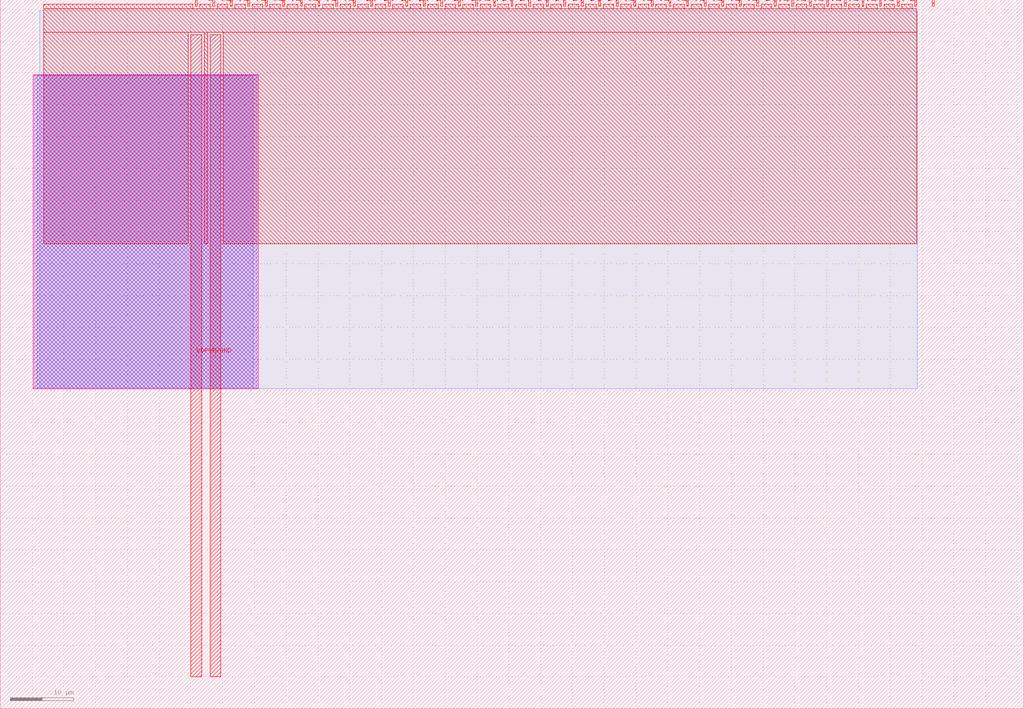
<source format=lef>
VERSION 5.7 ;
  NOWIREEXTENSIONATPIN ON ;
  DIVIDERCHAR "/" ;
  BUSBITCHARS "[]" ;
MACRO tt_um_rebelmike_register
  CLASS BLOCK ;
  FOREIGN tt_um_rebelmike_register ;
  ORIGIN 0.000 0.000 ;
  SIZE 161.000 BY 111.520 ;
  PIN clk
    DIRECTION INPUT ;
    USE SIGNAL ;
    ANTENNAGATEAREA 1.917000 ;
    ANTENNADIFFAREA 0.795200 ;
    PORT
      LAYER met4 ;
        RECT 143.830 110.520 144.130 111.520 ;
    END
  END clk
  PIN ena
    DIRECTION INPUT ;
    USE SIGNAL ;
    PORT
      LAYER met4 ;
        RECT 146.590 110.520 146.890 111.520 ;
    END
  END ena
  PIN rst_n
    DIRECTION INPUT ;
    USE SIGNAL ;
    PORT
      LAYER met4 ;
        RECT 141.070 110.520 141.370 111.520 ;
    END
  END rst_n
  PIN ui_in[0]
    DIRECTION INPUT ;
    USE SIGNAL ;
    ANTENNAGATEAREA 0.159000 ;
    PORT
      LAYER met4 ;
        RECT 138.310 110.520 138.610 111.520 ;
    END
  END ui_in[0]
  PIN ui_in[1]
    DIRECTION INPUT ;
    USE SIGNAL ;
    PORT
      LAYER met4 ;
        RECT 135.550 110.520 135.850 111.520 ;
    END
  END ui_in[1]
  PIN ui_in[2]
    DIRECTION INPUT ;
    USE SIGNAL ;
    ANTENNAGATEAREA 0.159000 ;
    PORT
      LAYER met4 ;
        RECT 132.790 110.520 133.090 111.520 ;
    END
  END ui_in[2]
  PIN ui_in[3]
    DIRECTION INPUT ;
    USE SIGNAL ;
    PORT
      LAYER met4 ;
        RECT 130.030 110.520 130.330 111.520 ;
    END
  END ui_in[3]
  PIN ui_in[4]
    DIRECTION INPUT ;
    USE SIGNAL ;
    ANTENNAGATEAREA 0.318000 ;
    PORT
      LAYER met4 ;
        RECT 127.270 110.520 127.570 111.520 ;
    END
  END ui_in[4]
  PIN ui_in[5]
    DIRECTION INPUT ;
    USE SIGNAL ;
    ANTENNAGATEAREA 0.318000 ;
    PORT
      LAYER met4 ;
        RECT 124.510 110.520 124.810 111.520 ;
    END
  END ui_in[5]
  PIN ui_in[6]
    DIRECTION INPUT ;
    USE SIGNAL ;
    ANTENNAGATEAREA 0.318000 ;
    PORT
      LAYER met4 ;
        RECT 121.750 110.520 122.050 111.520 ;
    END
  END ui_in[6]
  PIN ui_in[7]
    DIRECTION INPUT ;
    USE SIGNAL ;
    ANTENNAGATEAREA 0.318000 ;
    PORT
      LAYER met4 ;
        RECT 118.990 110.520 119.290 111.520 ;
    END
  END ui_in[7]
  PIN uio_in[0]
    DIRECTION INPUT ;
    USE SIGNAL ;
    ANTENNAGATEAREA 1.272000 ;
    PORT
      LAYER met4 ;
        RECT 116.230 110.520 116.530 111.520 ;
    END
  END uio_in[0]
  PIN uio_in[1]
    DIRECTION INPUT ;
    USE SIGNAL ;
    ANTENNAGATEAREA 1.272000 ;
    PORT
      LAYER met4 ;
        RECT 113.470 110.520 113.770 111.520 ;
    END
  END uio_in[1]
  PIN uio_in[2]
    DIRECTION INPUT ;
    USE SIGNAL ;
    PORT
      LAYER met4 ;
        RECT 110.710 110.520 111.010 111.520 ;
    END
  END uio_in[2]
  PIN uio_in[3]
    DIRECTION INPUT ;
    USE SIGNAL ;
    PORT
      LAYER met4 ;
        RECT 107.950 110.520 108.250 111.520 ;
    END
  END uio_in[3]
  PIN uio_in[4]
    DIRECTION INPUT ;
    USE SIGNAL ;
    PORT
      LAYER met4 ;
        RECT 105.190 110.520 105.490 111.520 ;
    END
  END uio_in[4]
  PIN uio_in[5]
    DIRECTION INPUT ;
    USE SIGNAL ;
    PORT
      LAYER met4 ;
        RECT 102.430 110.520 102.730 111.520 ;
    END
  END uio_in[5]
  PIN uio_in[6]
    DIRECTION INPUT ;
    USE SIGNAL ;
    PORT
      LAYER met4 ;
        RECT 99.670 110.520 99.970 111.520 ;
    END
  END uio_in[6]
  PIN uio_in[7]
    DIRECTION INPUT ;
    USE SIGNAL ;
    PORT
      LAYER met4 ;
        RECT 96.910 110.520 97.210 111.520 ;
    END
  END uio_in[7]
  PIN uio_oe[0]
    DIRECTION OUTPUT ;
    USE SIGNAL ;
    ANTENNAGATEAREA 23.388300 ;
    ANTENNADIFFAREA 69.621101 ;
    PORT
      LAYER met4 ;
        RECT 49.990 110.520 50.290 111.520 ;
    END
  END uio_oe[0]
  PIN uio_oe[1]
    DIRECTION OUTPUT ;
    USE SIGNAL ;
    ANTENNAGATEAREA 23.388300 ;
    ANTENNADIFFAREA 69.621101 ;
    PORT
      LAYER met4 ;
        RECT 47.230 110.520 47.530 111.520 ;
    END
  END uio_oe[1]
  PIN uio_oe[2]
    DIRECTION OUTPUT ;
    USE SIGNAL ;
    ANTENNAGATEAREA 23.388300 ;
    ANTENNADIFFAREA 69.621101 ;
    PORT
      LAYER met4 ;
        RECT 44.470 110.520 44.770 111.520 ;
    END
  END uio_oe[2]
  PIN uio_oe[3]
    DIRECTION OUTPUT ;
    USE SIGNAL ;
    ANTENNAGATEAREA 23.388300 ;
    ANTENNADIFFAREA 69.621101 ;
    PORT
      LAYER met4 ;
        RECT 41.710 110.520 42.010 111.520 ;
    END
  END uio_oe[3]
  PIN uio_oe[4]
    DIRECTION OUTPUT ;
    USE SIGNAL ;
    ANTENNAGATEAREA 23.388300 ;
    ANTENNADIFFAREA 69.621101 ;
    PORT
      LAYER met4 ;
        RECT 38.950 110.520 39.250 111.520 ;
    END
  END uio_oe[4]
  PIN uio_oe[5]
    DIRECTION OUTPUT ;
    USE SIGNAL ;
    ANTENNAGATEAREA 23.388300 ;
    ANTENNADIFFAREA 69.621101 ;
    PORT
      LAYER met4 ;
        RECT 36.190 110.520 36.490 111.520 ;
    END
  END uio_oe[5]
  PIN uio_oe[6]
    DIRECTION OUTPUT ;
    USE SIGNAL ;
    ANTENNAGATEAREA 23.388300 ;
    ANTENNADIFFAREA 69.621101 ;
    PORT
      LAYER met4 ;
        RECT 33.430 110.520 33.730 111.520 ;
    END
  END uio_oe[6]
  PIN uio_oe[7]
    DIRECTION OUTPUT ;
    USE SIGNAL ;
    PORT
      LAYER met4 ;
        RECT 30.670 110.520 30.970 111.520 ;
    END
  END uio_oe[7]
  PIN uio_out[0]
    DIRECTION OUTPUT ;
    USE SIGNAL ;
    PORT
      LAYER met4 ;
        RECT 72.070 110.520 72.370 111.520 ;
    END
  END uio_out[0]
  PIN uio_out[1]
    DIRECTION OUTPUT ;
    USE SIGNAL ;
    PORT
      LAYER met4 ;
        RECT 69.310 110.520 69.610 111.520 ;
    END
  END uio_out[1]
  PIN uio_out[2]
    DIRECTION OUTPUT ;
    USE SIGNAL ;
    PORT
      LAYER met4 ;
        RECT 66.550 110.520 66.850 111.520 ;
    END
  END uio_out[2]
  PIN uio_out[3]
    DIRECTION OUTPUT ;
    USE SIGNAL ;
    PORT
      LAYER met4 ;
        RECT 63.790 110.520 64.090 111.520 ;
    END
  END uio_out[3]
  PIN uio_out[4]
    DIRECTION OUTPUT ;
    USE SIGNAL ;
    PORT
      LAYER met4 ;
        RECT 61.030 110.520 61.330 111.520 ;
    END
  END uio_out[4]
  PIN uio_out[5]
    DIRECTION OUTPUT ;
    USE SIGNAL ;
    PORT
      LAYER met4 ;
        RECT 58.270 110.520 58.570 111.520 ;
    END
  END uio_out[5]
  PIN uio_out[6]
    DIRECTION OUTPUT ;
    USE SIGNAL ;
    PORT
      LAYER met4 ;
        RECT 55.510 110.520 55.810 111.520 ;
    END
  END uio_out[6]
  PIN uio_out[7]
    DIRECTION OUTPUT ;
    USE SIGNAL ;
    PORT
      LAYER met4 ;
        RECT 52.750 110.520 53.050 111.520 ;
    END
  END uio_out[7]
  PIN uo_out[0]
    DIRECTION OUTPUT ;
    USE SIGNAL ;
    ANTENNADIFFAREA 0.445500 ;
    PORT
      LAYER met4 ;
        RECT 94.150 110.520 94.450 111.520 ;
    END
  END uo_out[0]
  PIN uo_out[1]
    DIRECTION OUTPUT ;
    USE SIGNAL ;
    ANTENNADIFFAREA 0.445500 ;
    PORT
      LAYER met4 ;
        RECT 91.390 110.520 91.690 111.520 ;
    END
  END uo_out[1]
  PIN uo_out[2]
    DIRECTION OUTPUT ;
    USE SIGNAL ;
    ANTENNADIFFAREA 0.445500 ;
    PORT
      LAYER met4 ;
        RECT 88.630 110.520 88.930 111.520 ;
    END
  END uo_out[2]
  PIN uo_out[3]
    DIRECTION OUTPUT ;
    USE SIGNAL ;
    ANTENNADIFFAREA 0.445500 ;
    PORT
      LAYER met4 ;
        RECT 85.870 110.520 86.170 111.520 ;
    END
  END uo_out[3]
  PIN uo_out[4]
    DIRECTION OUTPUT ;
    USE SIGNAL ;
    ANTENNADIFFAREA 0.445500 ;
    PORT
      LAYER met4 ;
        RECT 83.110 110.520 83.410 111.520 ;
    END
  END uo_out[4]
  PIN uo_out[5]
    DIRECTION OUTPUT ;
    USE SIGNAL ;
    ANTENNADIFFAREA 0.445500 ;
    PORT
      LAYER met4 ;
        RECT 80.350 110.520 80.650 111.520 ;
    END
  END uo_out[5]
  PIN uo_out[6]
    DIRECTION OUTPUT ;
    USE SIGNAL ;
    ANTENNADIFFAREA 0.445500 ;
    PORT
      LAYER met4 ;
        RECT 77.590 110.520 77.890 111.520 ;
    END
  END uo_out[6]
  PIN uo_out[7]
    DIRECTION OUTPUT ;
    USE SIGNAL ;
    ANTENNADIFFAREA 0.445500 ;
    PORT
      LAYER met4 ;
        RECT 74.830 110.520 75.130 111.520 ;
    END
  END uo_out[7]
  PIN VDPWR
    DIRECTION INOUT ;
    USE POWER ;
    PORT
      LAYER met4 ;
        RECT 30.000 5.000 31.700 106.000 ;
    END
  END VDPWR
  PIN VGND
    DIRECTION INOUT ;
    USE GROUND ;
    PORT
      LAYER met4 ;
        RECT 33.000 5.000 34.700 106.000 ;
    END
  END VGND
  OBS
      LAYER nwell ;
        RECT 5.210 50.350 40.550 99.690 ;
      LAYER li1 ;
        RECT 5.400 50.455 40.360 99.585 ;
      LAYER met1 ;
        RECT 5.400 50.300 40.360 99.740 ;
      LAYER met2 ;
        RECT 5.810 50.370 39.790 99.670 ;
      LAYER met3 ;
        RECT 6.220 50.370 144.210 109.820 ;
      LAYER met4 ;
        RECT 6.830 110.120 30.270 110.820 ;
        RECT 31.370 110.120 33.030 110.820 ;
        RECT 34.130 110.120 35.790 110.820 ;
        RECT 36.890 110.120 38.550 110.820 ;
        RECT 39.650 110.120 41.310 110.820 ;
        RECT 42.410 110.120 44.070 110.820 ;
        RECT 45.170 110.120 46.830 110.820 ;
        RECT 47.930 110.120 49.590 110.820 ;
        RECT 50.690 110.120 52.350 110.820 ;
        RECT 53.450 110.120 55.110 110.820 ;
        RECT 56.210 110.120 57.870 110.820 ;
        RECT 58.970 110.120 60.630 110.820 ;
        RECT 61.730 110.120 63.390 110.820 ;
        RECT 64.490 110.120 66.150 110.820 ;
        RECT 67.250 110.120 68.910 110.820 ;
        RECT 70.010 110.120 71.670 110.820 ;
        RECT 72.770 110.120 74.430 110.820 ;
        RECT 75.530 110.120 77.190 110.820 ;
        RECT 78.290 110.120 79.950 110.820 ;
        RECT 81.050 110.120 82.710 110.820 ;
        RECT 83.810 110.120 85.470 110.820 ;
        RECT 86.570 110.120 88.230 110.820 ;
        RECT 89.330 110.120 90.990 110.820 ;
        RECT 92.090 110.120 93.750 110.820 ;
        RECT 94.850 110.120 96.510 110.820 ;
        RECT 97.610 110.120 99.270 110.820 ;
        RECT 100.370 110.120 102.030 110.820 ;
        RECT 103.130 110.120 104.790 110.820 ;
        RECT 105.890 110.120 107.550 110.820 ;
        RECT 108.650 110.120 110.310 110.820 ;
        RECT 111.410 110.120 113.070 110.820 ;
        RECT 114.170 110.120 115.830 110.820 ;
        RECT 116.930 110.120 118.590 110.820 ;
        RECT 119.690 110.120 121.350 110.820 ;
        RECT 122.450 110.120 124.110 110.820 ;
        RECT 125.210 110.120 126.870 110.820 ;
        RECT 127.970 110.120 129.630 110.820 ;
        RECT 130.730 110.120 132.390 110.820 ;
        RECT 133.490 110.120 135.150 110.820 ;
        RECT 136.250 110.120 137.910 110.820 ;
        RECT 139.010 110.120 140.670 110.820 ;
        RECT 141.770 110.120 143.430 110.820 ;
        RECT 6.830 106.400 144.170 110.120 ;
        RECT 6.830 73.120 29.600 106.400 ;
        RECT 32.100 73.120 32.600 106.400 ;
        RECT 35.100 73.120 144.170 106.400 ;
  END
END tt_um_rebelmike_register
END LIBRARY


</source>
